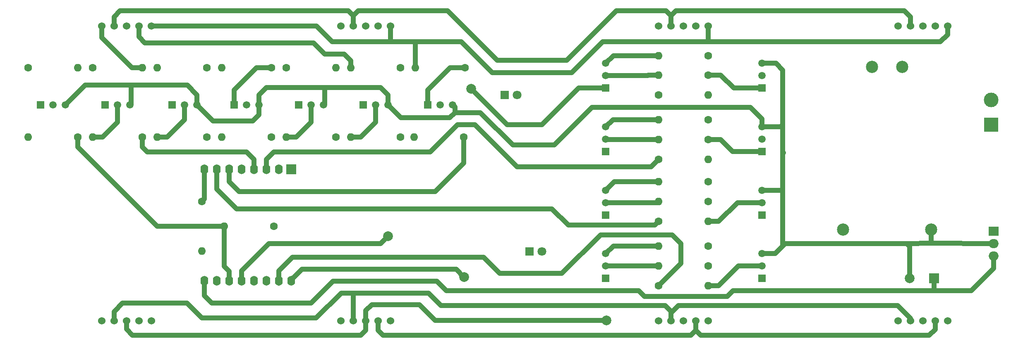
<source format=gtl>
G04 #@! TF.GenerationSoftware,KiCad,Pcbnew,5.1.4-e60b266~84~ubuntu18.04.1*
G04 #@! TF.CreationDate,2019-10-31T22:25:58+05:30*
G04 #@! TF.ProjectId,WemosClock,57656d6f-7343-46c6-9f63-6b2e6b696361,rev?*
G04 #@! TF.SameCoordinates,Original*
G04 #@! TF.FileFunction,Copper,L1,Top*
G04 #@! TF.FilePolarity,Positive*
%FSLAX46Y46*%
G04 Gerber Fmt 4.6, Leading zero omitted, Abs format (unit mm)*
G04 Created by KiCad (PCBNEW 5.1.4-e60b266~84~ubuntu18.04.1) date 2019-10-31 22:25:58*
%MOMM*%
%LPD*%
G04 APERTURE LIST*
%ADD10O,1.600000X2.000000*%
%ADD11R,2.000000X2.000000*%
%ADD12C,1.524000*%
%ADD13C,3.000000*%
%ADD14R,3.000000X3.000000*%
%ADD15C,2.500000*%
%ADD16C,1.998980*%
%ADD17R,2.000000X1.905000*%
%ADD18O,2.000000X1.905000*%
%ADD19C,2.000000*%
%ADD20O,1.600000X1.600000*%
%ADD21C,1.600000*%
%ADD22R,1.500000X1.500000*%
%ADD23C,1.500000*%
%ADD24C,1.800000*%
%ADD25R,1.800000X1.800000*%
%ADD26C,1.000000*%
G04 APERTURE END LIST*
D10*
X108712000Y-96012000D03*
X106172000Y-96012000D03*
X103632000Y-96012000D03*
X101092000Y-96012000D03*
X98552000Y-96012000D03*
X96012000Y-96012000D03*
X93472000Y-96012000D03*
X90932000Y-96012000D03*
X90932000Y-73152000D03*
X93472000Y-73152000D03*
X96012000Y-73152000D03*
X98552000Y-73152000D03*
X101092000Y-73152000D03*
X103632000Y-73152000D03*
D11*
X108712000Y-73152000D03*
D10*
X106172000Y-73152000D03*
D12*
X237954000Y-104250000D03*
X232874000Y-104250000D03*
X235414000Y-104250000D03*
X243034000Y-104250000D03*
X240494000Y-104250000D03*
X243034000Y-43750000D03*
X240494000Y-43750000D03*
X232874000Y-43750000D03*
X235414000Y-43750000D03*
X237954000Y-43750000D03*
X188956000Y-104250000D03*
X183876000Y-104250000D03*
X186416000Y-104250000D03*
X194036000Y-104250000D03*
X191496000Y-104250000D03*
X194036000Y-43750000D03*
X191496000Y-43750000D03*
X183876000Y-43750000D03*
X186416000Y-43750000D03*
X188956000Y-43750000D03*
X123952000Y-104250000D03*
X118872000Y-104250000D03*
X121412000Y-104250000D03*
X129032000Y-104250000D03*
X126492000Y-104250000D03*
X129032000Y-43750000D03*
X126492000Y-43750000D03*
X118872000Y-43750000D03*
X121412000Y-43750000D03*
X123952000Y-43750000D03*
X74955000Y-104250000D03*
X69875000Y-104250000D03*
X72415000Y-104250000D03*
X80035000Y-104250000D03*
X77495000Y-104250000D03*
X80035000Y-43750000D03*
X77495000Y-43750000D03*
X69875000Y-43750000D03*
X72415000Y-43750000D03*
X74955000Y-43750000D03*
D13*
X251968000Y-58928000D03*
D14*
X251968000Y-64008000D03*
D15*
X233698720Y-52182401D03*
X227588630Y-52163748D03*
X239654907Y-85482450D03*
X221638939Y-85500519D03*
D16*
X145548236Y-56630451D03*
X173181982Y-104167220D03*
X144060461Y-95218829D03*
X128524000Y-86868000D03*
D17*
X252476000Y-85852000D03*
D18*
X252476000Y-88392000D03*
X252476000Y-90932000D03*
D19*
X235284000Y-95504000D03*
D11*
X240284000Y-95504000D03*
D20*
X90424000Y-89916000D03*
D21*
X90424000Y-79756000D03*
D20*
X94996000Y-84836000D03*
D21*
X105156000Y-84836000D03*
D20*
X133840000Y-66548000D03*
D21*
X144000000Y-66548000D03*
D20*
X120840000Y-66548000D03*
D21*
X131000000Y-66548000D03*
D20*
X107696000Y-66548000D03*
D21*
X117856000Y-66548000D03*
D20*
X94488000Y-66548000D03*
D21*
X104648000Y-66548000D03*
D20*
X81280000Y-66548000D03*
D21*
X91440000Y-66548000D03*
D20*
X68072000Y-66548000D03*
D21*
X78232000Y-66548000D03*
D20*
X54864000Y-66548000D03*
D21*
X65024000Y-66548000D03*
D20*
X194036000Y-83796000D03*
D21*
X183876000Y-83796000D03*
D20*
X183876000Y-75668000D03*
D21*
X194036000Y-75668000D03*
D20*
X183896000Y-79756000D03*
D21*
X194056000Y-79756000D03*
D20*
X194036000Y-97004000D03*
D21*
X183876000Y-97004000D03*
D20*
X183876000Y-88876000D03*
D21*
X194036000Y-88876000D03*
D20*
X183876000Y-92940000D03*
D21*
X194036000Y-92940000D03*
D20*
X194036000Y-57888000D03*
D21*
X183876000Y-57888000D03*
D20*
X183876000Y-49848000D03*
D21*
X194036000Y-49848000D03*
D20*
X183876000Y-53848000D03*
D21*
X194036000Y-53848000D03*
D20*
X194036000Y-71120000D03*
D21*
X183876000Y-71120000D03*
D20*
X183876000Y-62968000D03*
D21*
X194036000Y-62968000D03*
D20*
X183876000Y-67032000D03*
D21*
X194036000Y-67032000D03*
X144272000Y-52324000D03*
D20*
X134112000Y-52324000D03*
X120904000Y-52324000D03*
D21*
X131064000Y-52324000D03*
D20*
X117856000Y-52324000D03*
D21*
X107696000Y-52324000D03*
D20*
X94488000Y-52324000D03*
D21*
X104648000Y-52324000D03*
D20*
X81280000Y-52324000D03*
D21*
X91440000Y-52324000D03*
D20*
X78232000Y-52324000D03*
D21*
X68072000Y-52324000D03*
X54864000Y-52324000D03*
D20*
X65024000Y-52324000D03*
D22*
X173060000Y-82500000D03*
D23*
X173060000Y-77420000D03*
X173060000Y-79960000D03*
D22*
X173060000Y-95500000D03*
D23*
X173060000Y-90420000D03*
X173060000Y-92960000D03*
D22*
X173060000Y-56500000D03*
D23*
X173060000Y-51420000D03*
X173060000Y-53960000D03*
D22*
X173060000Y-69500000D03*
D23*
X173060000Y-64420000D03*
X173060000Y-66960000D03*
D22*
X205060000Y-82500000D03*
D23*
X205060000Y-77420000D03*
X205060000Y-79960000D03*
X205060000Y-92960000D03*
X205060000Y-90420000D03*
D22*
X205060000Y-95500000D03*
X205060000Y-56500000D03*
D23*
X205060000Y-51420000D03*
X205060000Y-53960000D03*
D22*
X205060000Y-69500000D03*
D23*
X205060000Y-64420000D03*
X205060000Y-66960000D03*
D22*
X136652000Y-59944000D03*
D23*
X141732000Y-59944000D03*
X139192000Y-59944000D03*
D22*
X123444000Y-59944000D03*
D23*
X128524000Y-59944000D03*
X125984000Y-59944000D03*
D22*
X110236000Y-59944000D03*
D23*
X115316000Y-59944000D03*
X112776000Y-59944000D03*
D22*
X97028000Y-59944000D03*
D23*
X102108000Y-59944000D03*
X99568000Y-59944000D03*
D22*
X84328000Y-59944000D03*
D23*
X89408000Y-59944000D03*
X86868000Y-59944000D03*
D22*
X70612000Y-59944000D03*
D23*
X75692000Y-59944000D03*
X73152000Y-59944000D03*
D22*
X57404000Y-59944000D03*
D23*
X62484000Y-59944000D03*
X59944000Y-59944000D03*
D24*
X154940000Y-57872000D03*
D25*
X152400000Y-57872000D03*
D24*
X160020000Y-89956000D03*
D25*
X157480000Y-89956000D03*
D26*
X77495000Y-45999000D02*
X77495000Y-43750000D01*
X120904000Y-52324000D02*
X120904000Y-50885031D01*
X120904000Y-50885031D02*
X119502441Y-49483472D01*
X119502441Y-49483472D02*
X115523472Y-49483472D01*
X115523472Y-49483472D02*
X113284000Y-47244000D01*
X113284000Y-47244000D02*
X78740000Y-47244000D01*
X78740000Y-47244000D02*
X77495000Y-45999000D01*
X115531500Y-59728500D02*
X115316000Y-59944000D01*
X115531500Y-56388000D02*
X115531500Y-59728500D01*
X127000000Y-56388000D02*
X115531500Y-56388000D01*
X128524000Y-59944000D02*
X128524000Y-57912000D01*
X128524000Y-57912000D02*
X127000000Y-56388000D01*
X102108000Y-57912000D02*
X102108000Y-59944000D01*
X115531500Y-56388000D02*
X103632000Y-56388000D01*
X103632000Y-56388000D02*
X102108000Y-57912000D01*
X209092000Y-77420000D02*
X205060000Y-77420000D01*
X209296000Y-69596000D02*
X209416000Y-69716000D01*
X205060000Y-64420000D02*
X205483600Y-64420000D01*
X209296000Y-68232400D02*
X209296000Y-69596000D01*
X208884000Y-64420000D02*
X209296000Y-64008000D01*
X205060000Y-64420000D02*
X208884000Y-64420000D01*
X207776000Y-90420000D02*
X205060000Y-90420000D01*
X209296000Y-88900000D02*
X207776000Y-90420000D01*
X209296000Y-52832000D02*
X209296000Y-88900000D01*
X205060000Y-51420000D02*
X207884000Y-51420000D01*
X207884000Y-51420000D02*
X209296000Y-52832000D01*
X209804000Y-88392000D02*
X209296000Y-88900000D01*
X234696000Y-88392000D02*
X209804000Y-88392000D01*
X239663706Y-87259015D02*
X239663706Y-88313053D01*
X239654907Y-87250216D02*
X239663706Y-87259015D01*
X239654907Y-85482450D02*
X239654907Y-87250216D01*
X252476000Y-88392000D02*
X239663706Y-88313053D01*
X239663706Y-88313053D02*
X234696000Y-88392000D01*
X142173600Y-60385600D02*
X142173600Y-61500000D01*
X141732000Y-59944000D02*
X142173600Y-60385600D01*
X141129929Y-62543671D02*
X142173600Y-61500000D01*
X128524000Y-59944000D02*
X131123671Y-62543671D01*
X131123671Y-62543671D02*
X141129929Y-62543671D01*
X100842334Y-63241666D02*
X92705666Y-63241666D01*
X92705666Y-63241666D02*
X89408000Y-59944000D01*
X102108000Y-59944000D02*
X102108000Y-61976000D01*
X102108000Y-61976000D02*
X100842334Y-63241666D01*
X87393813Y-55897813D02*
X79738187Y-55897813D01*
X89408000Y-59944000D02*
X89408000Y-57912000D01*
X89408000Y-57912000D02*
X87393813Y-55897813D01*
X66556540Y-55871460D02*
X62484000Y-59944000D01*
X79738187Y-55897813D02*
X79711834Y-55871460D01*
X79711834Y-55871460D02*
X66556540Y-55871460D01*
X75906200Y-59729800D02*
X75692000Y-59944000D01*
X79738187Y-55897813D02*
X75906200Y-55897813D01*
X75906200Y-55897813D02*
X75906200Y-59729800D01*
X235284000Y-88980000D02*
X234696000Y-88392000D01*
X235284000Y-95504000D02*
X235284000Y-88980000D01*
X205060000Y-62820000D02*
X205060000Y-64420000D01*
X147352000Y-61500000D02*
X154030136Y-68178136D01*
X142173600Y-61500000D02*
X147352000Y-61500000D01*
X170244000Y-60452000D02*
X202692000Y-60452000D01*
X162517864Y-68178136D02*
X170244000Y-60452000D01*
X154030136Y-68178136D02*
X162517864Y-68178136D01*
X202692000Y-60452000D02*
X205060000Y-62820000D01*
X70104000Y-66548000D02*
X68072000Y-66548000D01*
X73152000Y-59944000D02*
X73152000Y-63500000D01*
X73152000Y-63500000D02*
X70104000Y-66548000D01*
X83312000Y-66548000D02*
X81280000Y-66548000D01*
X86868000Y-59944000D02*
X86868000Y-62992000D01*
X86868000Y-62992000D02*
X83312000Y-66548000D01*
X101600000Y-52324000D02*
X104648000Y-52324000D01*
X97028000Y-59944000D02*
X97028000Y-56896000D01*
X97028000Y-56896000D02*
X101600000Y-52324000D01*
X107696000Y-66548000D02*
X109728000Y-66548000D01*
X112776000Y-63500000D02*
X112776000Y-59944000D01*
X109728000Y-66548000D02*
X112776000Y-63500000D01*
X125984000Y-63500000D02*
X125984000Y-59944000D01*
X120840000Y-66548000D02*
X122936000Y-66548000D01*
X122936000Y-66548000D02*
X125984000Y-63500000D01*
X141224000Y-52324000D02*
X144272000Y-52324000D01*
X136652000Y-59944000D02*
X136652000Y-56896000D01*
X136652000Y-56896000D02*
X141224000Y-52324000D01*
X196572000Y-67032000D02*
X194036000Y-67032000D01*
X205060000Y-69500000D02*
X199040000Y-69500000D01*
X199040000Y-69500000D02*
X196572000Y-67032000D01*
X196596000Y-53848000D02*
X194036000Y-53848000D01*
X205060000Y-56500000D02*
X199248000Y-56500000D01*
X199248000Y-56500000D02*
X196596000Y-53848000D01*
X194036000Y-97004000D02*
X196161300Y-97004000D01*
X205060000Y-92960000D02*
X200205300Y-92960000D01*
X200205300Y-92960000D02*
X196161300Y-97004000D01*
X194036000Y-83796000D02*
X196161300Y-83796000D01*
X205060000Y-79960000D02*
X199997300Y-79960000D01*
X199997300Y-79960000D02*
X196161300Y-83796000D01*
X183876000Y-62968000D02*
X174512000Y-62968000D01*
X174512000Y-62968000D02*
X173060000Y-64420000D01*
X174812000Y-75668000D02*
X183876000Y-75668000D01*
X173060000Y-77420000D02*
X174812000Y-75668000D01*
X174632000Y-49848000D02*
X183876000Y-49848000D01*
X173060000Y-51420000D02*
X174632000Y-49848000D01*
X174604000Y-88876000D02*
X183876000Y-88876000D01*
X173060000Y-90420000D02*
X174604000Y-88876000D01*
X173060000Y-66960000D02*
X173132000Y-67032000D01*
X173132000Y-67032000D02*
X183876000Y-67032000D01*
X151892000Y-62992000D02*
X145542000Y-56642000D01*
X151892000Y-62992000D02*
X150799999Y-61899999D01*
X152908000Y-64008000D02*
X151892000Y-62992000D01*
X160020000Y-64008000D02*
X152908000Y-64008000D01*
X173060000Y-56500000D02*
X167528000Y-56500000D01*
X167528000Y-56500000D02*
X160020000Y-64008000D01*
X183876000Y-53848000D02*
X181750700Y-53848000D01*
X173060000Y-53960000D02*
X181638700Y-53960000D01*
X181638700Y-53960000D02*
X181750700Y-53848000D01*
X183876000Y-92940000D02*
X181750700Y-92940000D01*
X173060000Y-92960000D02*
X181730700Y-92960000D01*
X181730700Y-92960000D02*
X181750700Y-92940000D01*
X183692000Y-79960000D02*
X183896000Y-79756000D01*
X173060000Y-79960000D02*
X183692000Y-79960000D01*
X186416000Y-43750000D02*
X186416000Y-43228000D01*
X121412000Y-43306800D02*
X121412000Y-43750000D01*
X121412000Y-41656000D02*
X121412000Y-43306800D01*
X120396000Y-40640000D02*
X121412000Y-41656000D01*
X73660000Y-40640000D02*
X120396000Y-40640000D01*
X72415000Y-43750000D02*
X72415000Y-41885000D01*
X72415000Y-41885000D02*
X73660000Y-40640000D01*
X186416000Y-43228000D02*
X186416000Y-41676000D01*
X235414000Y-41866000D02*
X235414000Y-43750000D01*
X186416000Y-41676000D02*
X187452000Y-40640000D01*
X234188000Y-40640000D02*
X235414000Y-41866000D01*
X187452000Y-40640000D02*
X234188000Y-40640000D01*
X185380000Y-40640000D02*
X186416000Y-41676000D01*
X122428000Y-40640000D02*
X140716000Y-40640000D01*
X121412000Y-41656000D02*
X122428000Y-40640000D01*
X150876000Y-50800000D02*
X165100000Y-50800000D01*
X140716000Y-40640000D02*
X150876000Y-50800000D01*
X165100000Y-50800000D02*
X175260000Y-40640000D01*
X175260000Y-40640000D02*
X185380000Y-40640000D01*
X78232000Y-52324000D02*
X76106700Y-52324000D01*
X76106700Y-52324000D02*
X69875000Y-46092300D01*
X69875000Y-46092300D02*
X69875000Y-43750000D01*
X186416000Y-104250000D02*
X186416000Y-103719600D01*
X186416000Y-103719600D02*
X186436000Y-103699600D01*
X121412000Y-98552000D02*
X121412000Y-104250000D01*
X121438358Y-98525642D02*
X121412000Y-98552000D01*
X186436000Y-103699600D02*
X186436000Y-102616000D01*
X232799400Y-101092000D02*
X235414000Y-103706600D01*
X235414000Y-103706600D02*
X235414000Y-104250000D01*
X186436000Y-102616000D02*
X187960000Y-101092000D01*
X187960000Y-101092000D02*
X232799400Y-101092000D01*
X186436000Y-102296000D02*
X186436000Y-102616000D01*
X139352000Y-101092000D02*
X185232000Y-101092000D01*
X118898358Y-98525642D02*
X136785642Y-98525642D01*
X185232000Y-101092000D02*
X186436000Y-102296000D01*
X72415000Y-102337000D02*
X74168000Y-100584000D01*
X72415000Y-104250000D02*
X72415000Y-102337000D01*
X90424000Y-103632000D02*
X113792000Y-103632000D01*
X87376000Y-100584000D02*
X90424000Y-103632000D01*
X136785642Y-98525642D02*
X139352000Y-101092000D01*
X74168000Y-100584000D02*
X87376000Y-100584000D01*
X113792000Y-103632000D02*
X118898358Y-98525642D01*
X123952000Y-106172000D02*
X123952000Y-104250000D01*
X122936000Y-107188000D02*
X123952000Y-106172000D01*
X76200000Y-107188000D02*
X122936000Y-107188000D01*
X74955000Y-104250000D02*
X74955000Y-105943000D01*
X74955000Y-105943000D02*
X76200000Y-107188000D01*
X123952000Y-104250000D02*
X123952000Y-102108000D01*
X123952000Y-102108000D02*
X125191088Y-100868912D01*
X125191088Y-100868912D02*
X134904912Y-100868912D01*
X134904912Y-100868912D02*
X138176000Y-104140000D01*
X138176000Y-104140000D02*
X173227996Y-104140000D01*
X173227996Y-104140000D02*
X173228000Y-104139996D01*
X191496000Y-104694400D02*
X191496000Y-104250000D01*
X191496000Y-104694400D02*
X191496000Y-106152000D01*
X190460000Y-107188000D02*
X191496000Y-106152000D01*
X126492000Y-104250000D02*
X126492000Y-106172000D01*
X127508000Y-107188000D02*
X190460000Y-107188000D01*
X126492000Y-106172000D02*
X127508000Y-107188000D01*
X239268000Y-107188000D02*
X240494000Y-105962000D01*
X240494000Y-105962000D02*
X240494000Y-104250000D01*
X191496000Y-106152000D02*
X192532000Y-107188000D01*
X192532000Y-107188000D02*
X239268000Y-107188000D01*
X194036000Y-46756000D02*
X194036000Y-43750000D01*
X191251037Y-46991363D02*
X193800637Y-46991363D01*
X193800637Y-46991363D02*
X194036000Y-46756000D01*
X129287363Y-46991363D02*
X140463363Y-46991363D01*
X129032000Y-46736000D02*
X129032000Y-43750000D01*
X129287363Y-46991363D02*
X129032000Y-46736000D01*
X126744637Y-46991363D02*
X129287363Y-46991363D01*
X117095363Y-46991363D02*
X129287363Y-46991363D01*
X80035000Y-43750000D02*
X113854000Y-43750000D01*
X113854000Y-43750000D02*
X117095363Y-46991363D01*
X149860000Y-53340000D02*
X166118726Y-53340000D01*
X143511363Y-46991363D02*
X149860000Y-53340000D01*
X134112000Y-52324000D02*
X134112000Y-46991363D01*
X172467363Y-46991363D02*
X191251037Y-46991363D01*
X166118726Y-53340000D02*
X172467363Y-46991363D01*
X134112000Y-46991363D02*
X143511363Y-46991363D01*
X243034000Y-45510000D02*
X243034000Y-43750000D01*
X191251037Y-46991363D02*
X241552637Y-46991363D01*
X241552637Y-46991363D02*
X243034000Y-45510000D01*
X103632000Y-71120000D02*
X103632000Y-73152000D01*
X105156000Y-69596000D02*
X103632000Y-71120000D01*
X182352000Y-72644000D02*
X154940000Y-72644000D01*
X183876000Y-71120000D02*
X182352000Y-72644000D01*
X154940000Y-72644000D02*
X146304000Y-64008000D01*
X142748000Y-64008000D02*
X137160000Y-69596000D01*
X146304000Y-64008000D02*
X142748000Y-64008000D01*
X137160000Y-69596000D02*
X105156000Y-69596000D01*
X108712000Y-96012000D02*
X108712000Y-95812000D01*
X108712000Y-95812000D02*
X110904809Y-93619191D01*
X110904809Y-93619191D02*
X142443216Y-93619191D01*
X142443216Y-93619191D02*
X144019891Y-95195866D01*
X188468000Y-92412000D02*
X183876000Y-97004000D01*
X188468000Y-88392000D02*
X188468000Y-92412000D01*
X186672600Y-86596600D02*
X188468000Y-88392000D01*
X106172000Y-93980000D02*
X108964973Y-91187027D01*
X171975400Y-86596600D02*
X186672600Y-86596600D01*
X164084000Y-94488000D02*
X171975400Y-86596600D01*
X148083027Y-91187027D02*
X151384000Y-94488000D01*
X108964973Y-91187027D02*
X148083027Y-91187027D01*
X106172000Y-96520000D02*
X106172000Y-93980000D01*
X151384000Y-94488000D02*
X164084000Y-94488000D01*
X93472000Y-77216000D02*
X93472000Y-73152000D01*
X97536000Y-81280000D02*
X93472000Y-77216000D01*
X183876000Y-83796000D02*
X183076001Y-84595999D01*
X162052000Y-81280000D02*
X97536000Y-81280000D01*
X165367999Y-84595999D02*
X162052000Y-81280000D01*
X183076001Y-84595999D02*
X165367999Y-84595999D01*
X94996000Y-92996000D02*
X94996000Y-92456000D01*
X96012000Y-94012000D02*
X94996000Y-92996000D01*
X96012000Y-96012000D02*
X96012000Y-94012000D01*
X94996000Y-92964000D02*
X94996000Y-92456000D01*
X94996000Y-92456000D02*
X94996000Y-84836000D01*
X81280000Y-84836000D02*
X94996000Y-84836000D01*
X65024000Y-66548000D02*
X65024000Y-68580000D01*
X65024000Y-68580000D02*
X81280000Y-84836000D01*
X79248000Y-69596000D02*
X99568000Y-69596000D01*
X78232000Y-66548000D02*
X78232000Y-68580000D01*
X101092000Y-71120000D02*
X101092000Y-73152000D01*
X99568000Y-69596000D02*
X101092000Y-71120000D01*
X78232000Y-68580000D02*
X79248000Y-69596000D01*
X98552000Y-96012000D02*
X98552000Y-93980000D01*
X98552000Y-93980000D02*
X104140000Y-88392000D01*
X104140000Y-88392000D02*
X127000000Y-88392000D01*
X127000000Y-88392000D02*
X128524000Y-86868000D01*
X96012000Y-75692000D02*
X96012000Y-73152000D01*
X98044000Y-77724000D02*
X96012000Y-75692000D01*
X138176000Y-77724000D02*
X98044000Y-77724000D01*
X144000000Y-66548000D02*
X144000000Y-71900000D01*
X144000000Y-71900000D02*
X138176000Y-77724000D01*
X90932000Y-79248000D02*
X90424000Y-79756000D01*
X90932000Y-73152000D02*
X90932000Y-79248000D01*
X90932000Y-99060000D02*
X90932000Y-96012000D01*
X112776000Y-100584000D02*
X92456000Y-100584000D01*
X117266522Y-96093478D02*
X112776000Y-100584000D01*
X138511478Y-96093478D02*
X117266522Y-96093478D01*
X199136000Y-98044000D02*
X197952500Y-99227500D01*
X92456000Y-100584000D02*
X90932000Y-99060000D01*
X140462000Y-98044000D02*
X138511478Y-96093478D01*
X240284000Y-98044000D02*
X199136000Y-98044000D01*
X197952500Y-99227500D02*
X181015500Y-99227500D01*
X181015500Y-99227500D02*
X179832000Y-98044000D01*
X179832000Y-98044000D02*
X140462000Y-98044000D01*
X240284000Y-95504000D02*
X240284000Y-98044000D01*
X252476000Y-93472000D02*
X252476000Y-90932000D01*
X240284000Y-98044000D02*
X247904000Y-98044000D01*
X247904000Y-98044000D02*
X252476000Y-93472000D01*
M02*

</source>
